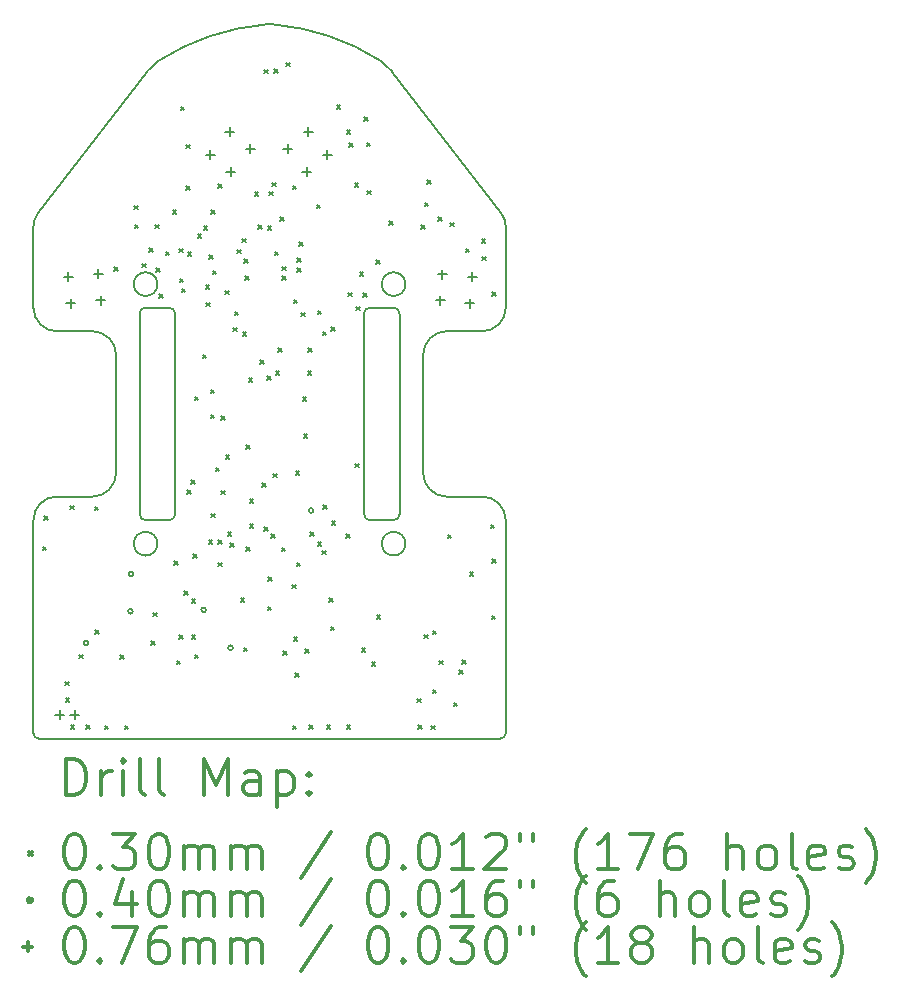
<source format=gbr>
%FSLAX45Y45*%
G04 Gerber Fmt 4.5, Leading zero omitted, Abs format (unit mm)*
G04 Created by KiCad (PCBNEW (5.1.4)-1) date 2019-11-07 15:05:30*
%MOMM*%
%LPD*%
G04 APERTURE LIST*
%ADD10C,0.200000*%
%ADD11C,0.300000*%
G04 APERTURE END LIST*
D10*
X15029276Y-8730152D02*
G75*
G02X15933385Y-9036579I-171379J-1992644D01*
G01*
X16995000Y-14727500D02*
G75*
G02X16945000Y-14777500I-50000J0D01*
G01*
X13045000Y-14777500D02*
X16945000Y-14777500D01*
X13954663Y-9129938D02*
X13036475Y-10323582D01*
X12995000Y-12927500D02*
X12995000Y-14727500D01*
X16995000Y-14727500D02*
X16995000Y-12927500D01*
X16953525Y-10323582D02*
G75*
G02X16995000Y-10445524I-158525J-121942D01*
G01*
X16995000Y-11127500D02*
G75*
G02X16795000Y-11327500I-200000J0D01*
G01*
X13895000Y-12877500D02*
X13895000Y-11177500D01*
X16295000Y-12527500D02*
X16295000Y-11527500D01*
X14960724Y-8730151D02*
G75*
G02X15029276Y-8730152I34276J-398529D01*
G01*
X13045000Y-14777500D02*
G75*
G02X12995000Y-14727500I0J50000D01*
G01*
X12995000Y-10445524D02*
X12995000Y-11127500D01*
X15795000Y-12877500D02*
X15795000Y-11177500D01*
X16145000Y-13126400D02*
G75*
G03X16145000Y-13126400I-100000J0D01*
G01*
X15933385Y-9036579D02*
G75*
G02X16035337Y-9129938I-215098J-337243D01*
G01*
X14045000Y-10928600D02*
G75*
G03X14045000Y-10928600I-100000J0D01*
G01*
X16145000Y-10928600D02*
G75*
G03X16145000Y-10928600I-100000J0D01*
G01*
X16953525Y-10323582D02*
X16035337Y-9129938D01*
X16795000Y-12727500D02*
G75*
G02X16995000Y-12927500I0J-200000D01*
G01*
X12995000Y-12927500D02*
G75*
G02X13195000Y-12727500I200000J0D01*
G01*
X13495000Y-11327500D02*
G75*
G02X13695000Y-11527500I0J-200000D01*
G01*
X15845000Y-12927500D02*
G75*
G02X15795000Y-12877500I0J50000D01*
G01*
X16045000Y-12927500D02*
X15845000Y-12927500D01*
X16095000Y-11177500D02*
X16095000Y-12877500D01*
X13945000Y-11127500D02*
X14145000Y-11127500D01*
X14195000Y-12877500D02*
G75*
G02X14145000Y-12927500I-50000J0D01*
G01*
X16295000Y-11527500D02*
G75*
G02X16495000Y-11327500I200000J0D01*
G01*
X13195000Y-11327500D02*
X13495000Y-11327500D01*
X13195000Y-11327500D02*
G75*
G02X12995000Y-11127500I0J200000D01*
G01*
X16495000Y-12727500D02*
G75*
G02X16295000Y-12527500I0J200000D01*
G01*
X13495000Y-12727500D02*
X13195000Y-12727500D01*
X12995000Y-10445524D02*
G75*
G02X13036475Y-10323582I200000J0D01*
G01*
X13954663Y-9129938D02*
G75*
G02X14056615Y-9036579I317050J-243884D01*
G01*
X16795000Y-12727500D02*
X16495000Y-12727500D01*
X15845000Y-11127500D02*
X16045000Y-11127500D01*
X13895000Y-11177500D02*
G75*
G02X13945000Y-11127500I50000J0D01*
G01*
X16495000Y-11327500D02*
X16795000Y-11327500D01*
X13695000Y-12527500D02*
G75*
G02X13495000Y-12727500I-200000J0D01*
G01*
X13695000Y-11527500D02*
X13695000Y-12527500D01*
X14045000Y-13126400D02*
G75*
G03X14045000Y-13126400I-100000J0D01*
G01*
X14145000Y-11127500D02*
G75*
G02X14195000Y-11177500I0J-50000D01*
G01*
X14145000Y-12927500D02*
X13945000Y-12927500D01*
X16095000Y-12877500D02*
G75*
G02X16045000Y-12927500I-50000J0D01*
G01*
X14056615Y-9036579D02*
G75*
G02X14960724Y-8730152I1075488J-1686216D01*
G01*
X14195000Y-11177500D02*
X14195000Y-12877500D01*
X16045000Y-11127500D02*
G75*
G02X16095000Y-11177500I0J-50000D01*
G01*
X15795000Y-11177500D02*
G75*
G02X15845000Y-11127500I50000J0D01*
G01*
X13945000Y-12927500D02*
G75*
G02X13895000Y-12877500I0J50000D01*
G01*
X16995000Y-11127500D02*
X16995000Y-10445524D01*
D10*
X13075000Y-13152000D02*
X13105000Y-13182000D01*
X13105000Y-13152000D02*
X13075000Y-13182000D01*
X13088000Y-12896000D02*
X13118000Y-12926000D01*
X13118000Y-12896000D02*
X13088000Y-12926000D01*
X13267000Y-14295000D02*
X13297000Y-14325000D01*
X13297000Y-14295000D02*
X13267000Y-14325000D01*
X13270000Y-14434000D02*
X13300000Y-14464000D01*
X13300000Y-14434000D02*
X13270000Y-14464000D01*
X13305000Y-12803000D02*
X13335000Y-12833000D01*
X13335000Y-12803000D02*
X13305000Y-12833000D01*
X13311000Y-14663000D02*
X13341000Y-14693000D01*
X13341000Y-14663000D02*
X13311000Y-14693000D01*
X13384000Y-14068000D02*
X13414000Y-14098000D01*
X13414000Y-14068000D02*
X13384000Y-14098000D01*
X13443000Y-14664000D02*
X13473000Y-14694000D01*
X13473000Y-14664000D02*
X13443000Y-14694000D01*
X13515000Y-12812000D02*
X13545000Y-12842000D01*
X13545000Y-12812000D02*
X13515000Y-12842000D01*
X13518000Y-13857000D02*
X13548000Y-13887000D01*
X13548000Y-13857000D02*
X13518000Y-13887000D01*
X13601000Y-14667000D02*
X13631000Y-14697000D01*
X13631000Y-14667000D02*
X13601000Y-14697000D01*
X13680000Y-10784000D02*
X13710000Y-10814000D01*
X13710000Y-10784000D02*
X13680000Y-10814000D01*
X13731000Y-14072000D02*
X13761000Y-14102000D01*
X13761000Y-14072000D02*
X13731000Y-14102000D01*
X13770000Y-14667000D02*
X13800000Y-14697000D01*
X13800000Y-14667000D02*
X13770000Y-14697000D01*
X13847000Y-10265000D02*
X13877000Y-10295000D01*
X13877000Y-10265000D02*
X13847000Y-10295000D01*
X13854000Y-10426000D02*
X13884000Y-10456000D01*
X13884000Y-10426000D02*
X13854000Y-10456000D01*
X13916218Y-10754204D02*
X13946218Y-10784204D01*
X13946218Y-10754204D02*
X13916218Y-10784204D01*
X13978000Y-10624000D02*
X14008000Y-10654000D01*
X14008000Y-10624000D02*
X13978000Y-10654000D01*
X13991000Y-13951000D02*
X14021000Y-13981000D01*
X14021000Y-13951000D02*
X13991000Y-13981000D01*
X14009000Y-13711000D02*
X14039000Y-13741000D01*
X14039000Y-13711000D02*
X14009000Y-13741000D01*
X14026000Y-10426000D02*
X14056000Y-10456000D01*
X14056000Y-10426000D02*
X14026000Y-10456000D01*
X14035493Y-10793321D02*
X14065493Y-10823321D01*
X14065493Y-10793321D02*
X14035493Y-10823321D01*
X14061000Y-11012498D02*
X14091000Y-11042498D01*
X14091000Y-11012498D02*
X14061000Y-11042498D01*
X14116000Y-10656000D02*
X14146000Y-10686000D01*
X14146000Y-10656000D02*
X14116000Y-10686000D01*
X14176076Y-10300999D02*
X14206076Y-10330999D01*
X14206076Y-10300999D02*
X14176076Y-10330999D01*
X14186000Y-13274000D02*
X14216000Y-13304000D01*
X14216000Y-13274000D02*
X14186000Y-13304000D01*
X14208591Y-14115495D02*
X14238591Y-14145495D01*
X14238591Y-14115495D02*
X14208591Y-14145495D01*
X14228678Y-10627893D02*
X14258678Y-10657893D01*
X14258678Y-10627893D02*
X14228678Y-10657893D01*
X14229500Y-13901500D02*
X14259500Y-13931500D01*
X14259500Y-13901500D02*
X14229500Y-13931500D01*
X14233000Y-10882000D02*
X14263000Y-10912000D01*
X14263000Y-10882000D02*
X14233000Y-10912000D01*
X14243000Y-9426000D02*
X14273000Y-9456000D01*
X14273000Y-9426000D02*
X14243000Y-9456000D01*
X14252000Y-10969000D02*
X14282000Y-10999000D01*
X14282000Y-10969000D02*
X14252000Y-10999000D01*
X14274000Y-13530000D02*
X14304000Y-13560000D01*
X14304000Y-13530000D02*
X14274000Y-13560000D01*
X14290000Y-9750000D02*
X14320000Y-9780000D01*
X14320000Y-9750000D02*
X14290000Y-9780000D01*
X14290000Y-10101000D02*
X14320000Y-10131000D01*
X14320000Y-10101000D02*
X14290000Y-10131000D01*
X14298000Y-12672000D02*
X14328000Y-12702000D01*
X14328000Y-12672000D02*
X14298000Y-12702000D01*
X14303197Y-10656998D02*
X14333197Y-10686998D01*
X14333197Y-10656998D02*
X14303197Y-10686998D01*
X14333000Y-12588000D02*
X14363000Y-12618000D01*
X14363000Y-12588000D02*
X14333000Y-12618000D01*
X14336000Y-13598000D02*
X14366000Y-13628000D01*
X14366000Y-13598000D02*
X14336000Y-13628000D01*
X14336000Y-13901000D02*
X14366000Y-13931000D01*
X14366000Y-13901000D02*
X14336000Y-13931000D01*
X14347000Y-13215000D02*
X14377000Y-13245000D01*
X14377000Y-13215000D02*
X14347000Y-13245000D01*
X14361000Y-14065000D02*
X14391000Y-14095000D01*
X14391000Y-14065000D02*
X14361000Y-14095000D01*
X14363000Y-11882000D02*
X14393000Y-11912000D01*
X14393000Y-11882000D02*
X14363000Y-11912000D01*
X14385000Y-10505000D02*
X14415000Y-10535000D01*
X14415000Y-10505000D02*
X14385000Y-10535000D01*
X14428000Y-11524573D02*
X14458000Y-11554573D01*
X14458000Y-11524573D02*
X14428000Y-11554573D01*
X14437000Y-10439001D02*
X14467000Y-10469001D01*
X14467000Y-10439001D02*
X14437000Y-10469001D01*
X14453999Y-10939942D02*
X14483999Y-10969942D01*
X14483999Y-10939942D02*
X14453999Y-10969942D01*
X14457500Y-11085500D02*
X14487500Y-11115500D01*
X14487500Y-11085500D02*
X14457500Y-11115500D01*
X14480000Y-13099000D02*
X14510000Y-13129000D01*
X14510000Y-13099000D02*
X14480000Y-13129000D01*
X14486000Y-10685000D02*
X14516000Y-10715000D01*
X14516000Y-10685000D02*
X14486000Y-10715000D01*
X14496000Y-11821000D02*
X14526000Y-11851000D01*
X14526000Y-11821000D02*
X14496000Y-11851000D01*
X14498000Y-12034000D02*
X14528000Y-12064000D01*
X14528000Y-12034000D02*
X14498000Y-12064000D01*
X14500303Y-10300999D02*
X14530303Y-10330999D01*
X14530303Y-10300999D02*
X14500303Y-10330999D01*
X14502000Y-12874001D02*
X14532000Y-12904001D01*
X14532000Y-12874001D02*
X14502000Y-12904001D01*
X14515000Y-10814001D02*
X14545000Y-10844001D01*
X14545000Y-10814001D02*
X14515000Y-10844001D01*
X14540000Y-12484000D02*
X14570000Y-12514000D01*
X14570000Y-12484000D02*
X14540000Y-12514000D01*
X14559000Y-10082000D02*
X14589000Y-10112000D01*
X14589000Y-10082000D02*
X14559000Y-10112000D01*
X14559994Y-13097904D02*
X14589994Y-13127904D01*
X14589994Y-13097904D02*
X14559994Y-13127904D01*
X14562000Y-13286000D02*
X14592000Y-13316000D01*
X14592000Y-13286000D02*
X14562000Y-13316000D01*
X14586000Y-12676000D02*
X14616000Y-12706000D01*
X14616000Y-12676000D02*
X14586000Y-12706000D01*
X14587000Y-12048000D02*
X14617000Y-12078000D01*
X14617000Y-12048000D02*
X14587000Y-12078000D01*
X14618000Y-10983000D02*
X14648000Y-11013000D01*
X14648000Y-10983000D02*
X14618000Y-11013000D01*
X14624000Y-12379000D02*
X14654000Y-12409000D01*
X14654000Y-12379000D02*
X14624000Y-12409000D01*
X14640000Y-13029000D02*
X14670000Y-13059000D01*
X14670000Y-13029000D02*
X14640000Y-13059000D01*
X14662000Y-13122000D02*
X14692000Y-13152000D01*
X14692000Y-13122000D02*
X14662000Y-13152000D01*
X14688276Y-11299276D02*
X14718276Y-11329276D01*
X14718276Y-11299276D02*
X14688276Y-11329276D01*
X14700800Y-11162800D02*
X14730800Y-11192800D01*
X14730800Y-11162800D02*
X14700800Y-11192800D01*
X14721000Y-10638000D02*
X14751000Y-10668000D01*
X14751000Y-10638000D02*
X14721000Y-10668000D01*
X14751000Y-13586000D02*
X14781000Y-13616000D01*
X14781000Y-13586000D02*
X14751000Y-13616000D01*
X14761742Y-10544258D02*
X14791742Y-10574258D01*
X14791742Y-10544258D02*
X14761742Y-10574258D01*
X14767000Y-11336000D02*
X14797000Y-11366000D01*
X14797000Y-11336000D02*
X14767000Y-11366000D01*
X14777000Y-14006000D02*
X14807000Y-14036000D01*
X14807000Y-14006000D02*
X14777000Y-14036000D01*
X14782001Y-10716000D02*
X14812001Y-10746000D01*
X14812001Y-10716000D02*
X14782001Y-10746000D01*
X14790425Y-10860000D02*
X14820425Y-10890000D01*
X14820425Y-10860000D02*
X14790425Y-10890000D01*
X14795000Y-13154122D02*
X14825000Y-13184122D01*
X14825000Y-13154122D02*
X14795000Y-13184122D01*
X14796000Y-12293000D02*
X14826000Y-12323000D01*
X14826000Y-12293000D02*
X14796000Y-12323000D01*
X14820000Y-11725000D02*
X14850000Y-11755000D01*
X14850000Y-11725000D02*
X14820000Y-11755000D01*
X14825000Y-12751000D02*
X14855000Y-12781000D01*
X14855000Y-12751000D02*
X14825000Y-12781000D01*
X14825000Y-12961000D02*
X14855000Y-12991000D01*
X14855000Y-12961000D02*
X14825000Y-12991000D01*
X14868000Y-10149000D02*
X14898000Y-10179000D01*
X14898000Y-10149000D02*
X14868000Y-10179000D01*
X14898641Y-10430787D02*
X14928641Y-10460787D01*
X14928641Y-10430787D02*
X14898641Y-10460787D01*
X14916001Y-11574999D02*
X14946001Y-11604999D01*
X14946001Y-11574999D02*
X14916001Y-11604999D01*
X14931679Y-12615533D02*
X14961679Y-12645533D01*
X14961679Y-12615533D02*
X14931679Y-12645533D01*
X14949000Y-9112001D02*
X14979000Y-9142001D01*
X14979000Y-9112001D02*
X14949000Y-9142001D01*
X14950000Y-12988000D02*
X14980000Y-13018000D01*
X14980000Y-12988000D02*
X14950000Y-13018000D01*
X14977000Y-11708000D02*
X15007000Y-11738000D01*
X15007000Y-11708000D02*
X14977000Y-11738000D01*
X14978000Y-13660000D02*
X15008000Y-13690000D01*
X15008000Y-13660000D02*
X14978000Y-13690000D01*
X14978203Y-10439163D02*
X15008203Y-10469163D01*
X15008203Y-10439163D02*
X14978203Y-10469163D01*
X14983000Y-13411000D02*
X15013000Y-13441000D01*
X15013000Y-13411000D02*
X14983000Y-13441000D01*
X14992169Y-10145888D02*
X15022169Y-10175888D01*
X15022169Y-10145888D02*
X14992169Y-10175888D01*
X15011000Y-13047000D02*
X15041000Y-13077000D01*
X15041000Y-13047000D02*
X15011000Y-13077000D01*
X15019568Y-10070725D02*
X15049568Y-10100725D01*
X15049568Y-10070725D02*
X15019568Y-10100725D01*
X15028077Y-12535223D02*
X15058077Y-12565223D01*
X15058077Y-12535223D02*
X15028077Y-12565223D01*
X15033356Y-9109207D02*
X15063356Y-9139207D01*
X15063356Y-9109207D02*
X15033356Y-9139207D01*
X15037001Y-10654000D02*
X15067001Y-10684000D01*
X15067001Y-10654000D02*
X15037001Y-10684000D01*
X15048000Y-11668000D02*
X15078000Y-11698000D01*
X15078000Y-11668000D02*
X15048000Y-11698000D01*
X15067000Y-11470000D02*
X15097000Y-11500000D01*
X15097000Y-11470000D02*
X15067000Y-11500000D01*
X15085000Y-10361000D02*
X15115000Y-10391000D01*
X15115000Y-10361000D02*
X15085000Y-10391000D01*
X15098000Y-13160000D02*
X15128000Y-13190000D01*
X15128000Y-13160000D02*
X15098000Y-13190000D01*
X15101576Y-10859999D02*
X15131576Y-10889999D01*
X15131576Y-10859999D02*
X15101576Y-10889999D01*
X15103413Y-10780019D02*
X15133413Y-10810019D01*
X15133413Y-10780019D02*
X15103413Y-10810019D01*
X15108466Y-14036534D02*
X15138466Y-14066534D01*
X15138466Y-14036534D02*
X15108466Y-14066534D01*
X15134000Y-9053000D02*
X15164000Y-9083000D01*
X15164000Y-9053000D02*
X15134000Y-9083000D01*
X15188500Y-13473500D02*
X15218500Y-13503500D01*
X15218500Y-13473500D02*
X15188500Y-13503500D01*
X15190000Y-10094000D02*
X15220000Y-10124000D01*
X15220000Y-10094000D02*
X15190000Y-10124000D01*
X15191000Y-14667000D02*
X15221000Y-14697000D01*
X15221000Y-14667000D02*
X15191000Y-14697000D01*
X15200000Y-11059000D02*
X15230000Y-11089000D01*
X15230000Y-11059000D02*
X15200000Y-11089000D01*
X15200000Y-13918000D02*
X15230000Y-13948000D01*
X15230000Y-13918000D02*
X15200000Y-13948000D01*
X15210000Y-14221000D02*
X15240000Y-14251000D01*
X15240000Y-14221000D02*
X15210000Y-14251000D01*
X15217000Y-12514000D02*
X15247000Y-12544000D01*
X15247000Y-12514000D02*
X15217000Y-12544000D01*
X15226000Y-13288000D02*
X15256000Y-13318000D01*
X15256000Y-13288000D02*
X15226000Y-13318000D01*
X15227230Y-10795859D02*
X15257230Y-10825859D01*
X15257230Y-10795859D02*
X15227230Y-10825859D01*
X15230000Y-10708000D02*
X15260000Y-10738000D01*
X15260000Y-10708000D02*
X15230000Y-10738000D01*
X15245000Y-10576000D02*
X15275000Y-10606000D01*
X15275000Y-10576000D02*
X15245000Y-10606000D01*
X15262000Y-11172000D02*
X15292000Y-11202000D01*
X15292000Y-11172000D02*
X15262000Y-11202000D01*
X15277000Y-11888000D02*
X15307000Y-11918000D01*
X15307000Y-11888000D02*
X15277000Y-11918000D01*
X15285571Y-12199669D02*
X15315571Y-12229669D01*
X15315571Y-12199669D02*
X15285571Y-12229669D01*
X15297000Y-14020000D02*
X15327000Y-14050000D01*
X15327000Y-14020000D02*
X15297000Y-14050000D01*
X15319000Y-11667000D02*
X15349000Y-11697000D01*
X15349000Y-11667000D02*
X15319000Y-11697000D01*
X15320000Y-11471000D02*
X15350000Y-11501000D01*
X15350000Y-11471000D02*
X15320000Y-11501000D01*
X15329000Y-14663000D02*
X15359000Y-14693000D01*
X15359000Y-14663000D02*
X15329000Y-14693000D01*
X15337000Y-13029000D02*
X15367000Y-13059000D01*
X15367000Y-13029000D02*
X15337000Y-13059000D01*
X15396000Y-10255000D02*
X15426000Y-10285000D01*
X15426000Y-10255000D02*
X15396000Y-10285000D01*
X15402000Y-11153000D02*
X15432000Y-11183000D01*
X15432000Y-11153000D02*
X15402000Y-11183000D01*
X15402000Y-13112000D02*
X15432000Y-13142000D01*
X15432000Y-13112000D02*
X15402000Y-13142000D01*
X15441000Y-13186000D02*
X15471000Y-13216000D01*
X15471000Y-13186000D02*
X15441000Y-13216000D01*
X15444202Y-11332043D02*
X15474202Y-11362043D01*
X15474202Y-11332043D02*
X15444202Y-11362043D01*
X15448000Y-12802000D02*
X15478000Y-12832000D01*
X15478000Y-12802000D02*
X15448000Y-12832000D01*
X15478000Y-14663000D02*
X15508000Y-14693000D01*
X15508000Y-14663000D02*
X15478000Y-14693000D01*
X15502000Y-13588000D02*
X15532000Y-13618000D01*
X15532000Y-13588000D02*
X15502000Y-13618000D01*
X15511000Y-13831000D02*
X15541000Y-13861000D01*
X15541000Y-13831000D02*
X15511000Y-13861000D01*
X15515073Y-11294927D02*
X15545073Y-11324927D01*
X15545073Y-11294927D02*
X15515073Y-11324927D01*
X15521000Y-12935000D02*
X15551000Y-12965000D01*
X15551000Y-12935000D02*
X15521000Y-12965000D01*
X15563000Y-9415000D02*
X15593000Y-9445000D01*
X15593000Y-9415000D02*
X15563000Y-9445000D01*
X15644000Y-13046000D02*
X15674000Y-13076000D01*
X15674000Y-13046000D02*
X15644000Y-13076000D01*
X15649000Y-14663000D02*
X15679000Y-14693000D01*
X15679000Y-14663000D02*
X15649000Y-14693000D01*
X15650000Y-9627000D02*
X15680000Y-9657000D01*
X15680000Y-9627000D02*
X15650000Y-9657000D01*
X15659160Y-11002999D02*
X15689160Y-11032999D01*
X15689160Y-11002999D02*
X15659160Y-11032999D01*
X15671500Y-9735500D02*
X15701500Y-9765500D01*
X15701500Y-9735500D02*
X15671500Y-9765500D01*
X15714000Y-10074000D02*
X15744000Y-10104000D01*
X15744000Y-10074000D02*
X15714000Y-10104000D01*
X15719999Y-12450000D02*
X15749999Y-12480000D01*
X15749999Y-12450000D02*
X15719999Y-12480000D01*
X15729241Y-11118434D02*
X15759241Y-11148434D01*
X15759241Y-11118434D02*
X15729241Y-11148434D01*
X15759000Y-10829000D02*
X15789000Y-10859000D01*
X15789000Y-10829000D02*
X15759000Y-10859000D01*
X15776000Y-14012000D02*
X15806000Y-14042000D01*
X15806000Y-14012000D02*
X15776000Y-14042000D01*
X15787000Y-11004006D02*
X15817000Y-11034006D01*
X15817000Y-11004006D02*
X15787000Y-11034006D01*
X15795927Y-9517073D02*
X15825927Y-9547073D01*
X15825927Y-9517073D02*
X15795927Y-9547073D01*
X15817000Y-9730000D02*
X15847000Y-9760000D01*
X15847000Y-9730000D02*
X15817000Y-9760000D01*
X15819999Y-10137000D02*
X15849999Y-10167000D01*
X15849999Y-10137000D02*
X15819999Y-10167000D01*
X15861000Y-14130000D02*
X15891000Y-14160000D01*
X15891000Y-14130000D02*
X15861000Y-14160000D01*
X15896000Y-10726000D02*
X15926000Y-10756000D01*
X15926000Y-10726000D02*
X15896000Y-10756000D01*
X15903000Y-13732000D02*
X15933000Y-13762000D01*
X15933000Y-13732000D02*
X15903000Y-13762000D01*
X16010000Y-10397000D02*
X16040000Y-10427000D01*
X16040000Y-10397000D02*
X16010000Y-10427000D01*
X16243000Y-14440000D02*
X16273000Y-14470000D01*
X16273000Y-14440000D02*
X16243000Y-14470000D01*
X16253000Y-14665000D02*
X16283000Y-14695000D01*
X16283000Y-14665000D02*
X16253000Y-14695000D01*
X16281000Y-10431000D02*
X16311000Y-10461000D01*
X16311000Y-10431000D02*
X16281000Y-10461000D01*
X16305856Y-13898588D02*
X16335856Y-13928588D01*
X16335856Y-13898588D02*
X16305856Y-13928588D01*
X16307000Y-10239000D02*
X16337000Y-10269000D01*
X16337000Y-10239000D02*
X16307000Y-10269000D01*
X16327427Y-10048573D02*
X16357427Y-10078573D01*
X16357427Y-10048573D02*
X16327427Y-10078573D01*
X16362000Y-14666000D02*
X16392000Y-14696000D01*
X16392000Y-14666000D02*
X16362000Y-14696000D01*
X16377000Y-13862000D02*
X16407000Y-13892000D01*
X16407000Y-13862000D02*
X16377000Y-13892000D01*
X16378000Y-14363000D02*
X16408000Y-14393000D01*
X16408000Y-14363000D02*
X16378000Y-14393000D01*
X16424000Y-10360000D02*
X16454000Y-10390000D01*
X16454000Y-10360000D02*
X16424000Y-10390000D01*
X16431500Y-14115500D02*
X16461500Y-14145500D01*
X16461500Y-14115500D02*
X16431500Y-14145500D01*
X16504000Y-13052000D02*
X16534000Y-13082000D01*
X16534000Y-13052000D02*
X16504000Y-13082000D01*
X16525000Y-10410591D02*
X16555000Y-10440591D01*
X16555000Y-10410591D02*
X16525000Y-10440591D01*
X16554000Y-14471000D02*
X16584000Y-14501000D01*
X16584000Y-14471000D02*
X16554000Y-14501000D01*
X16601000Y-14199000D02*
X16631000Y-14229000D01*
X16631000Y-14199000D02*
X16601000Y-14229000D01*
X16625000Y-14114000D02*
X16655000Y-14144000D01*
X16655000Y-14114000D02*
X16625000Y-14144000D01*
X16656000Y-10629000D02*
X16686000Y-10659000D01*
X16686000Y-10629000D02*
X16656000Y-10659000D01*
X16691000Y-13367000D02*
X16721000Y-13397000D01*
X16721000Y-13367000D02*
X16691000Y-13397000D01*
X16791000Y-10548000D02*
X16821000Y-10578000D01*
X16821000Y-10548000D02*
X16791000Y-10578000D01*
X16794000Y-10697000D02*
X16824000Y-10727000D01*
X16824000Y-10697000D02*
X16794000Y-10727000D01*
X16867000Y-12964000D02*
X16897000Y-12994000D01*
X16897000Y-12964000D02*
X16867000Y-12994000D01*
X16876999Y-13736000D02*
X16906999Y-13766000D01*
X16906999Y-13736000D02*
X16876999Y-13766000D01*
X16879000Y-13256000D02*
X16909000Y-13286000D01*
X16909000Y-13256000D02*
X16879000Y-13286000D01*
X16882000Y-10996000D02*
X16912000Y-11026000D01*
X16912000Y-10996000D02*
X16882000Y-11026000D01*
X13460000Y-13965000D02*
G75*
G03X13460000Y-13965000I-20000J0D01*
G01*
X13836948Y-13698835D02*
G75*
G03X13836948Y-13698835I-20000J0D01*
G01*
X13842505Y-13381071D02*
G75*
G03X13842505Y-13381071I-20000J0D01*
G01*
X14457000Y-13687000D02*
G75*
G03X14457000Y-13687000I-20000J0D01*
G01*
X14684000Y-14008000D02*
G75*
G03X14684000Y-14008000I-20000J0D01*
G01*
X15366000Y-12846000D02*
G75*
G03X15366000Y-12846000I-20000J0D01*
G01*
X13291390Y-10826756D02*
X13291390Y-10902956D01*
X13253290Y-10864856D02*
X13329490Y-10864856D01*
X13311000Y-11050900D02*
X13311000Y-11127100D01*
X13272900Y-11089000D02*
X13349100Y-11089000D01*
X13544423Y-10804619D02*
X13544423Y-10880819D01*
X13506323Y-10842719D02*
X13582523Y-10842719D01*
X13564033Y-11028762D02*
X13564033Y-11104962D01*
X13525933Y-11066862D02*
X13602133Y-11066862D01*
X16438083Y-11028991D02*
X16438083Y-11105191D01*
X16399983Y-11067091D02*
X16476183Y-11067091D01*
X16457693Y-10804847D02*
X16457693Y-10881047D01*
X16419593Y-10842947D02*
X16495793Y-10842947D01*
X16691117Y-11051129D02*
X16691117Y-11127329D01*
X16653017Y-11089229D02*
X16729217Y-11089229D01*
X16710727Y-10826985D02*
X16710727Y-10903185D01*
X16672627Y-10865085D02*
X16748827Y-10865085D01*
X13220000Y-14536900D02*
X13220000Y-14613100D01*
X13181900Y-14575000D02*
X13258100Y-14575000D01*
X13345000Y-14536900D02*
X13345000Y-14613100D01*
X13306900Y-14575000D02*
X13383100Y-14575000D01*
X15148409Y-9744023D02*
X15148409Y-9820223D01*
X15110309Y-9782123D02*
X15186509Y-9782123D01*
X15311677Y-9938599D02*
X15311677Y-10014799D01*
X15273577Y-9976699D02*
X15349777Y-9976699D01*
X15320769Y-9599396D02*
X15320769Y-9675596D01*
X15282669Y-9637496D02*
X15358869Y-9637496D01*
X15484037Y-9793971D02*
X15484037Y-9870171D01*
X15445937Y-9832071D02*
X15522137Y-9832071D01*
X14493640Y-9793273D02*
X14493640Y-9869473D01*
X14455540Y-9831373D02*
X14531740Y-9831373D01*
X14656908Y-9598698D02*
X14656908Y-9674898D01*
X14618808Y-9636798D02*
X14695008Y-9636798D01*
X14666000Y-9937900D02*
X14666000Y-10014100D01*
X14627900Y-9976000D02*
X14704100Y-9976000D01*
X14829268Y-9743325D02*
X14829268Y-9819525D01*
X14791168Y-9781425D02*
X14867368Y-9781425D01*
D11*
X13271428Y-15253214D02*
X13271428Y-14953214D01*
X13342857Y-14953214D01*
X13385714Y-14967500D01*
X13414286Y-14996072D01*
X13428571Y-15024643D01*
X13442857Y-15081786D01*
X13442857Y-15124643D01*
X13428571Y-15181786D01*
X13414286Y-15210357D01*
X13385714Y-15238929D01*
X13342857Y-15253214D01*
X13271428Y-15253214D01*
X13571428Y-15253214D02*
X13571428Y-15053214D01*
X13571428Y-15110357D02*
X13585714Y-15081786D01*
X13600000Y-15067500D01*
X13628571Y-15053214D01*
X13657143Y-15053214D01*
X13757143Y-15253214D02*
X13757143Y-15053214D01*
X13757143Y-14953214D02*
X13742857Y-14967500D01*
X13757143Y-14981786D01*
X13771428Y-14967500D01*
X13757143Y-14953214D01*
X13757143Y-14981786D01*
X13942857Y-15253214D02*
X13914286Y-15238929D01*
X13900000Y-15210357D01*
X13900000Y-14953214D01*
X14100000Y-15253214D02*
X14071428Y-15238929D01*
X14057143Y-15210357D01*
X14057143Y-14953214D01*
X14442857Y-15253214D02*
X14442857Y-14953214D01*
X14542857Y-15167500D01*
X14642857Y-14953214D01*
X14642857Y-15253214D01*
X14914286Y-15253214D02*
X14914286Y-15096072D01*
X14900000Y-15067500D01*
X14871428Y-15053214D01*
X14814286Y-15053214D01*
X14785714Y-15067500D01*
X14914286Y-15238929D02*
X14885714Y-15253214D01*
X14814286Y-15253214D01*
X14785714Y-15238929D01*
X14771428Y-15210357D01*
X14771428Y-15181786D01*
X14785714Y-15153214D01*
X14814286Y-15138929D01*
X14885714Y-15138929D01*
X14914286Y-15124643D01*
X15057143Y-15053214D02*
X15057143Y-15353214D01*
X15057143Y-15067500D02*
X15085714Y-15053214D01*
X15142857Y-15053214D01*
X15171428Y-15067500D01*
X15185714Y-15081786D01*
X15200000Y-15110357D01*
X15200000Y-15196072D01*
X15185714Y-15224643D01*
X15171428Y-15238929D01*
X15142857Y-15253214D01*
X15085714Y-15253214D01*
X15057143Y-15238929D01*
X15328571Y-15224643D02*
X15342857Y-15238929D01*
X15328571Y-15253214D01*
X15314286Y-15238929D01*
X15328571Y-15224643D01*
X15328571Y-15253214D01*
X15328571Y-15067500D02*
X15342857Y-15081786D01*
X15328571Y-15096072D01*
X15314286Y-15081786D01*
X15328571Y-15067500D01*
X15328571Y-15096072D01*
X12955000Y-15732500D02*
X12985000Y-15762500D01*
X12985000Y-15732500D02*
X12955000Y-15762500D01*
X13328571Y-15583214D02*
X13357143Y-15583214D01*
X13385714Y-15597500D01*
X13400000Y-15611786D01*
X13414286Y-15640357D01*
X13428571Y-15697500D01*
X13428571Y-15768929D01*
X13414286Y-15826072D01*
X13400000Y-15854643D01*
X13385714Y-15868929D01*
X13357143Y-15883214D01*
X13328571Y-15883214D01*
X13300000Y-15868929D01*
X13285714Y-15854643D01*
X13271428Y-15826072D01*
X13257143Y-15768929D01*
X13257143Y-15697500D01*
X13271428Y-15640357D01*
X13285714Y-15611786D01*
X13300000Y-15597500D01*
X13328571Y-15583214D01*
X13557143Y-15854643D02*
X13571428Y-15868929D01*
X13557143Y-15883214D01*
X13542857Y-15868929D01*
X13557143Y-15854643D01*
X13557143Y-15883214D01*
X13671428Y-15583214D02*
X13857143Y-15583214D01*
X13757143Y-15697500D01*
X13800000Y-15697500D01*
X13828571Y-15711786D01*
X13842857Y-15726072D01*
X13857143Y-15754643D01*
X13857143Y-15826072D01*
X13842857Y-15854643D01*
X13828571Y-15868929D01*
X13800000Y-15883214D01*
X13714286Y-15883214D01*
X13685714Y-15868929D01*
X13671428Y-15854643D01*
X14042857Y-15583214D02*
X14071428Y-15583214D01*
X14100000Y-15597500D01*
X14114286Y-15611786D01*
X14128571Y-15640357D01*
X14142857Y-15697500D01*
X14142857Y-15768929D01*
X14128571Y-15826072D01*
X14114286Y-15854643D01*
X14100000Y-15868929D01*
X14071428Y-15883214D01*
X14042857Y-15883214D01*
X14014286Y-15868929D01*
X14000000Y-15854643D01*
X13985714Y-15826072D01*
X13971428Y-15768929D01*
X13971428Y-15697500D01*
X13985714Y-15640357D01*
X14000000Y-15611786D01*
X14014286Y-15597500D01*
X14042857Y-15583214D01*
X14271428Y-15883214D02*
X14271428Y-15683214D01*
X14271428Y-15711786D02*
X14285714Y-15697500D01*
X14314286Y-15683214D01*
X14357143Y-15683214D01*
X14385714Y-15697500D01*
X14400000Y-15726072D01*
X14400000Y-15883214D01*
X14400000Y-15726072D02*
X14414286Y-15697500D01*
X14442857Y-15683214D01*
X14485714Y-15683214D01*
X14514286Y-15697500D01*
X14528571Y-15726072D01*
X14528571Y-15883214D01*
X14671428Y-15883214D02*
X14671428Y-15683214D01*
X14671428Y-15711786D02*
X14685714Y-15697500D01*
X14714286Y-15683214D01*
X14757143Y-15683214D01*
X14785714Y-15697500D01*
X14800000Y-15726072D01*
X14800000Y-15883214D01*
X14800000Y-15726072D02*
X14814286Y-15697500D01*
X14842857Y-15683214D01*
X14885714Y-15683214D01*
X14914286Y-15697500D01*
X14928571Y-15726072D01*
X14928571Y-15883214D01*
X15514286Y-15568929D02*
X15257143Y-15954643D01*
X15900000Y-15583214D02*
X15928571Y-15583214D01*
X15957143Y-15597500D01*
X15971428Y-15611786D01*
X15985714Y-15640357D01*
X16000000Y-15697500D01*
X16000000Y-15768929D01*
X15985714Y-15826072D01*
X15971428Y-15854643D01*
X15957143Y-15868929D01*
X15928571Y-15883214D01*
X15900000Y-15883214D01*
X15871428Y-15868929D01*
X15857143Y-15854643D01*
X15842857Y-15826072D01*
X15828571Y-15768929D01*
X15828571Y-15697500D01*
X15842857Y-15640357D01*
X15857143Y-15611786D01*
X15871428Y-15597500D01*
X15900000Y-15583214D01*
X16128571Y-15854643D02*
X16142857Y-15868929D01*
X16128571Y-15883214D01*
X16114286Y-15868929D01*
X16128571Y-15854643D01*
X16128571Y-15883214D01*
X16328571Y-15583214D02*
X16357143Y-15583214D01*
X16385714Y-15597500D01*
X16400000Y-15611786D01*
X16414286Y-15640357D01*
X16428571Y-15697500D01*
X16428571Y-15768929D01*
X16414286Y-15826072D01*
X16400000Y-15854643D01*
X16385714Y-15868929D01*
X16357143Y-15883214D01*
X16328571Y-15883214D01*
X16300000Y-15868929D01*
X16285714Y-15854643D01*
X16271428Y-15826072D01*
X16257143Y-15768929D01*
X16257143Y-15697500D01*
X16271428Y-15640357D01*
X16285714Y-15611786D01*
X16300000Y-15597500D01*
X16328571Y-15583214D01*
X16714286Y-15883214D02*
X16542857Y-15883214D01*
X16628571Y-15883214D02*
X16628571Y-15583214D01*
X16600000Y-15626072D01*
X16571428Y-15654643D01*
X16542857Y-15668929D01*
X16828571Y-15611786D02*
X16842857Y-15597500D01*
X16871428Y-15583214D01*
X16942857Y-15583214D01*
X16971428Y-15597500D01*
X16985714Y-15611786D01*
X17000000Y-15640357D01*
X17000000Y-15668929D01*
X16985714Y-15711786D01*
X16814286Y-15883214D01*
X17000000Y-15883214D01*
X17114286Y-15583214D02*
X17114286Y-15640357D01*
X17228571Y-15583214D02*
X17228571Y-15640357D01*
X17671428Y-15997500D02*
X17657143Y-15983214D01*
X17628571Y-15940357D01*
X17614286Y-15911786D01*
X17600000Y-15868929D01*
X17585714Y-15797500D01*
X17585714Y-15740357D01*
X17600000Y-15668929D01*
X17614286Y-15626072D01*
X17628571Y-15597500D01*
X17657143Y-15554643D01*
X17671428Y-15540357D01*
X17942857Y-15883214D02*
X17771428Y-15883214D01*
X17857143Y-15883214D02*
X17857143Y-15583214D01*
X17828571Y-15626072D01*
X17800000Y-15654643D01*
X17771428Y-15668929D01*
X18042857Y-15583214D02*
X18242857Y-15583214D01*
X18114286Y-15883214D01*
X18485714Y-15583214D02*
X18428571Y-15583214D01*
X18400000Y-15597500D01*
X18385714Y-15611786D01*
X18357143Y-15654643D01*
X18342857Y-15711786D01*
X18342857Y-15826072D01*
X18357143Y-15854643D01*
X18371428Y-15868929D01*
X18400000Y-15883214D01*
X18457143Y-15883214D01*
X18485714Y-15868929D01*
X18500000Y-15854643D01*
X18514286Y-15826072D01*
X18514286Y-15754643D01*
X18500000Y-15726072D01*
X18485714Y-15711786D01*
X18457143Y-15697500D01*
X18400000Y-15697500D01*
X18371428Y-15711786D01*
X18357143Y-15726072D01*
X18342857Y-15754643D01*
X18871428Y-15883214D02*
X18871428Y-15583214D01*
X19000000Y-15883214D02*
X19000000Y-15726072D01*
X18985714Y-15697500D01*
X18957143Y-15683214D01*
X18914286Y-15683214D01*
X18885714Y-15697500D01*
X18871428Y-15711786D01*
X19185714Y-15883214D02*
X19157143Y-15868929D01*
X19142857Y-15854643D01*
X19128571Y-15826072D01*
X19128571Y-15740357D01*
X19142857Y-15711786D01*
X19157143Y-15697500D01*
X19185714Y-15683214D01*
X19228571Y-15683214D01*
X19257143Y-15697500D01*
X19271428Y-15711786D01*
X19285714Y-15740357D01*
X19285714Y-15826072D01*
X19271428Y-15854643D01*
X19257143Y-15868929D01*
X19228571Y-15883214D01*
X19185714Y-15883214D01*
X19457143Y-15883214D02*
X19428571Y-15868929D01*
X19414286Y-15840357D01*
X19414286Y-15583214D01*
X19685714Y-15868929D02*
X19657143Y-15883214D01*
X19600000Y-15883214D01*
X19571428Y-15868929D01*
X19557143Y-15840357D01*
X19557143Y-15726072D01*
X19571428Y-15697500D01*
X19600000Y-15683214D01*
X19657143Y-15683214D01*
X19685714Y-15697500D01*
X19700000Y-15726072D01*
X19700000Y-15754643D01*
X19557143Y-15783214D01*
X19814286Y-15868929D02*
X19842857Y-15883214D01*
X19900000Y-15883214D01*
X19928571Y-15868929D01*
X19942857Y-15840357D01*
X19942857Y-15826072D01*
X19928571Y-15797500D01*
X19900000Y-15783214D01*
X19857143Y-15783214D01*
X19828571Y-15768929D01*
X19814286Y-15740357D01*
X19814286Y-15726072D01*
X19828571Y-15697500D01*
X19857143Y-15683214D01*
X19900000Y-15683214D01*
X19928571Y-15697500D01*
X20042857Y-15997500D02*
X20057143Y-15983214D01*
X20085714Y-15940357D01*
X20100000Y-15911786D01*
X20114286Y-15868929D01*
X20128571Y-15797500D01*
X20128571Y-15740357D01*
X20114286Y-15668929D01*
X20100000Y-15626072D01*
X20085714Y-15597500D01*
X20057143Y-15554643D01*
X20042857Y-15540357D01*
X12985000Y-16143500D02*
G75*
G03X12985000Y-16143500I-20000J0D01*
G01*
X13328571Y-15979214D02*
X13357143Y-15979214D01*
X13385714Y-15993500D01*
X13400000Y-16007786D01*
X13414286Y-16036357D01*
X13428571Y-16093500D01*
X13428571Y-16164929D01*
X13414286Y-16222072D01*
X13400000Y-16250643D01*
X13385714Y-16264929D01*
X13357143Y-16279214D01*
X13328571Y-16279214D01*
X13300000Y-16264929D01*
X13285714Y-16250643D01*
X13271428Y-16222072D01*
X13257143Y-16164929D01*
X13257143Y-16093500D01*
X13271428Y-16036357D01*
X13285714Y-16007786D01*
X13300000Y-15993500D01*
X13328571Y-15979214D01*
X13557143Y-16250643D02*
X13571428Y-16264929D01*
X13557143Y-16279214D01*
X13542857Y-16264929D01*
X13557143Y-16250643D01*
X13557143Y-16279214D01*
X13828571Y-16079214D02*
X13828571Y-16279214D01*
X13757143Y-15964929D02*
X13685714Y-16179214D01*
X13871428Y-16179214D01*
X14042857Y-15979214D02*
X14071428Y-15979214D01*
X14100000Y-15993500D01*
X14114286Y-16007786D01*
X14128571Y-16036357D01*
X14142857Y-16093500D01*
X14142857Y-16164929D01*
X14128571Y-16222072D01*
X14114286Y-16250643D01*
X14100000Y-16264929D01*
X14071428Y-16279214D01*
X14042857Y-16279214D01*
X14014286Y-16264929D01*
X14000000Y-16250643D01*
X13985714Y-16222072D01*
X13971428Y-16164929D01*
X13971428Y-16093500D01*
X13985714Y-16036357D01*
X14000000Y-16007786D01*
X14014286Y-15993500D01*
X14042857Y-15979214D01*
X14271428Y-16279214D02*
X14271428Y-16079214D01*
X14271428Y-16107786D02*
X14285714Y-16093500D01*
X14314286Y-16079214D01*
X14357143Y-16079214D01*
X14385714Y-16093500D01*
X14400000Y-16122072D01*
X14400000Y-16279214D01*
X14400000Y-16122072D02*
X14414286Y-16093500D01*
X14442857Y-16079214D01*
X14485714Y-16079214D01*
X14514286Y-16093500D01*
X14528571Y-16122072D01*
X14528571Y-16279214D01*
X14671428Y-16279214D02*
X14671428Y-16079214D01*
X14671428Y-16107786D02*
X14685714Y-16093500D01*
X14714286Y-16079214D01*
X14757143Y-16079214D01*
X14785714Y-16093500D01*
X14800000Y-16122072D01*
X14800000Y-16279214D01*
X14800000Y-16122072D02*
X14814286Y-16093500D01*
X14842857Y-16079214D01*
X14885714Y-16079214D01*
X14914286Y-16093500D01*
X14928571Y-16122072D01*
X14928571Y-16279214D01*
X15514286Y-15964929D02*
X15257143Y-16350643D01*
X15900000Y-15979214D02*
X15928571Y-15979214D01*
X15957143Y-15993500D01*
X15971428Y-16007786D01*
X15985714Y-16036357D01*
X16000000Y-16093500D01*
X16000000Y-16164929D01*
X15985714Y-16222072D01*
X15971428Y-16250643D01*
X15957143Y-16264929D01*
X15928571Y-16279214D01*
X15900000Y-16279214D01*
X15871428Y-16264929D01*
X15857143Y-16250643D01*
X15842857Y-16222072D01*
X15828571Y-16164929D01*
X15828571Y-16093500D01*
X15842857Y-16036357D01*
X15857143Y-16007786D01*
X15871428Y-15993500D01*
X15900000Y-15979214D01*
X16128571Y-16250643D02*
X16142857Y-16264929D01*
X16128571Y-16279214D01*
X16114286Y-16264929D01*
X16128571Y-16250643D01*
X16128571Y-16279214D01*
X16328571Y-15979214D02*
X16357143Y-15979214D01*
X16385714Y-15993500D01*
X16400000Y-16007786D01*
X16414286Y-16036357D01*
X16428571Y-16093500D01*
X16428571Y-16164929D01*
X16414286Y-16222072D01*
X16400000Y-16250643D01*
X16385714Y-16264929D01*
X16357143Y-16279214D01*
X16328571Y-16279214D01*
X16300000Y-16264929D01*
X16285714Y-16250643D01*
X16271428Y-16222072D01*
X16257143Y-16164929D01*
X16257143Y-16093500D01*
X16271428Y-16036357D01*
X16285714Y-16007786D01*
X16300000Y-15993500D01*
X16328571Y-15979214D01*
X16714286Y-16279214D02*
X16542857Y-16279214D01*
X16628571Y-16279214D02*
X16628571Y-15979214D01*
X16600000Y-16022072D01*
X16571428Y-16050643D01*
X16542857Y-16064929D01*
X16971428Y-15979214D02*
X16914286Y-15979214D01*
X16885714Y-15993500D01*
X16871428Y-16007786D01*
X16842857Y-16050643D01*
X16828571Y-16107786D01*
X16828571Y-16222072D01*
X16842857Y-16250643D01*
X16857143Y-16264929D01*
X16885714Y-16279214D01*
X16942857Y-16279214D01*
X16971428Y-16264929D01*
X16985714Y-16250643D01*
X17000000Y-16222072D01*
X17000000Y-16150643D01*
X16985714Y-16122072D01*
X16971428Y-16107786D01*
X16942857Y-16093500D01*
X16885714Y-16093500D01*
X16857143Y-16107786D01*
X16842857Y-16122072D01*
X16828571Y-16150643D01*
X17114286Y-15979214D02*
X17114286Y-16036357D01*
X17228571Y-15979214D02*
X17228571Y-16036357D01*
X17671428Y-16393500D02*
X17657143Y-16379214D01*
X17628571Y-16336357D01*
X17614286Y-16307786D01*
X17600000Y-16264929D01*
X17585714Y-16193500D01*
X17585714Y-16136357D01*
X17600000Y-16064929D01*
X17614286Y-16022072D01*
X17628571Y-15993500D01*
X17657143Y-15950643D01*
X17671428Y-15936357D01*
X17914286Y-15979214D02*
X17857143Y-15979214D01*
X17828571Y-15993500D01*
X17814286Y-16007786D01*
X17785714Y-16050643D01*
X17771428Y-16107786D01*
X17771428Y-16222072D01*
X17785714Y-16250643D01*
X17800000Y-16264929D01*
X17828571Y-16279214D01*
X17885714Y-16279214D01*
X17914286Y-16264929D01*
X17928571Y-16250643D01*
X17942857Y-16222072D01*
X17942857Y-16150643D01*
X17928571Y-16122072D01*
X17914286Y-16107786D01*
X17885714Y-16093500D01*
X17828571Y-16093500D01*
X17800000Y-16107786D01*
X17785714Y-16122072D01*
X17771428Y-16150643D01*
X18300000Y-16279214D02*
X18300000Y-15979214D01*
X18428571Y-16279214D02*
X18428571Y-16122072D01*
X18414286Y-16093500D01*
X18385714Y-16079214D01*
X18342857Y-16079214D01*
X18314286Y-16093500D01*
X18300000Y-16107786D01*
X18614286Y-16279214D02*
X18585714Y-16264929D01*
X18571428Y-16250643D01*
X18557143Y-16222072D01*
X18557143Y-16136357D01*
X18571428Y-16107786D01*
X18585714Y-16093500D01*
X18614286Y-16079214D01*
X18657143Y-16079214D01*
X18685714Y-16093500D01*
X18700000Y-16107786D01*
X18714286Y-16136357D01*
X18714286Y-16222072D01*
X18700000Y-16250643D01*
X18685714Y-16264929D01*
X18657143Y-16279214D01*
X18614286Y-16279214D01*
X18885714Y-16279214D02*
X18857143Y-16264929D01*
X18842857Y-16236357D01*
X18842857Y-15979214D01*
X19114286Y-16264929D02*
X19085714Y-16279214D01*
X19028571Y-16279214D01*
X19000000Y-16264929D01*
X18985714Y-16236357D01*
X18985714Y-16122072D01*
X19000000Y-16093500D01*
X19028571Y-16079214D01*
X19085714Y-16079214D01*
X19114286Y-16093500D01*
X19128571Y-16122072D01*
X19128571Y-16150643D01*
X18985714Y-16179214D01*
X19242857Y-16264929D02*
X19271428Y-16279214D01*
X19328571Y-16279214D01*
X19357143Y-16264929D01*
X19371428Y-16236357D01*
X19371428Y-16222072D01*
X19357143Y-16193500D01*
X19328571Y-16179214D01*
X19285714Y-16179214D01*
X19257143Y-16164929D01*
X19242857Y-16136357D01*
X19242857Y-16122072D01*
X19257143Y-16093500D01*
X19285714Y-16079214D01*
X19328571Y-16079214D01*
X19357143Y-16093500D01*
X19471428Y-16393500D02*
X19485714Y-16379214D01*
X19514286Y-16336357D01*
X19528571Y-16307786D01*
X19542857Y-16264929D01*
X19557143Y-16193500D01*
X19557143Y-16136357D01*
X19542857Y-16064929D01*
X19528571Y-16022072D01*
X19514286Y-15993500D01*
X19485714Y-15950643D01*
X19471428Y-15936357D01*
X12946900Y-16501400D02*
X12946900Y-16577600D01*
X12908800Y-16539500D02*
X12985000Y-16539500D01*
X13328571Y-16375214D02*
X13357143Y-16375214D01*
X13385714Y-16389500D01*
X13400000Y-16403786D01*
X13414286Y-16432357D01*
X13428571Y-16489500D01*
X13428571Y-16560929D01*
X13414286Y-16618072D01*
X13400000Y-16646643D01*
X13385714Y-16660929D01*
X13357143Y-16675214D01*
X13328571Y-16675214D01*
X13300000Y-16660929D01*
X13285714Y-16646643D01*
X13271428Y-16618072D01*
X13257143Y-16560929D01*
X13257143Y-16489500D01*
X13271428Y-16432357D01*
X13285714Y-16403786D01*
X13300000Y-16389500D01*
X13328571Y-16375214D01*
X13557143Y-16646643D02*
X13571428Y-16660929D01*
X13557143Y-16675214D01*
X13542857Y-16660929D01*
X13557143Y-16646643D01*
X13557143Y-16675214D01*
X13671428Y-16375214D02*
X13871428Y-16375214D01*
X13742857Y-16675214D01*
X14114286Y-16375214D02*
X14057143Y-16375214D01*
X14028571Y-16389500D01*
X14014286Y-16403786D01*
X13985714Y-16446643D01*
X13971428Y-16503786D01*
X13971428Y-16618072D01*
X13985714Y-16646643D01*
X14000000Y-16660929D01*
X14028571Y-16675214D01*
X14085714Y-16675214D01*
X14114286Y-16660929D01*
X14128571Y-16646643D01*
X14142857Y-16618072D01*
X14142857Y-16546643D01*
X14128571Y-16518072D01*
X14114286Y-16503786D01*
X14085714Y-16489500D01*
X14028571Y-16489500D01*
X14000000Y-16503786D01*
X13985714Y-16518072D01*
X13971428Y-16546643D01*
X14271428Y-16675214D02*
X14271428Y-16475214D01*
X14271428Y-16503786D02*
X14285714Y-16489500D01*
X14314286Y-16475214D01*
X14357143Y-16475214D01*
X14385714Y-16489500D01*
X14400000Y-16518072D01*
X14400000Y-16675214D01*
X14400000Y-16518072D02*
X14414286Y-16489500D01*
X14442857Y-16475214D01*
X14485714Y-16475214D01*
X14514286Y-16489500D01*
X14528571Y-16518072D01*
X14528571Y-16675214D01*
X14671428Y-16675214D02*
X14671428Y-16475214D01*
X14671428Y-16503786D02*
X14685714Y-16489500D01*
X14714286Y-16475214D01*
X14757143Y-16475214D01*
X14785714Y-16489500D01*
X14800000Y-16518072D01*
X14800000Y-16675214D01*
X14800000Y-16518072D02*
X14814286Y-16489500D01*
X14842857Y-16475214D01*
X14885714Y-16475214D01*
X14914286Y-16489500D01*
X14928571Y-16518072D01*
X14928571Y-16675214D01*
X15514286Y-16360929D02*
X15257143Y-16746643D01*
X15900000Y-16375214D02*
X15928571Y-16375214D01*
X15957143Y-16389500D01*
X15971428Y-16403786D01*
X15985714Y-16432357D01*
X16000000Y-16489500D01*
X16000000Y-16560929D01*
X15985714Y-16618072D01*
X15971428Y-16646643D01*
X15957143Y-16660929D01*
X15928571Y-16675214D01*
X15900000Y-16675214D01*
X15871428Y-16660929D01*
X15857143Y-16646643D01*
X15842857Y-16618072D01*
X15828571Y-16560929D01*
X15828571Y-16489500D01*
X15842857Y-16432357D01*
X15857143Y-16403786D01*
X15871428Y-16389500D01*
X15900000Y-16375214D01*
X16128571Y-16646643D02*
X16142857Y-16660929D01*
X16128571Y-16675214D01*
X16114286Y-16660929D01*
X16128571Y-16646643D01*
X16128571Y-16675214D01*
X16328571Y-16375214D02*
X16357143Y-16375214D01*
X16385714Y-16389500D01*
X16400000Y-16403786D01*
X16414286Y-16432357D01*
X16428571Y-16489500D01*
X16428571Y-16560929D01*
X16414286Y-16618072D01*
X16400000Y-16646643D01*
X16385714Y-16660929D01*
X16357143Y-16675214D01*
X16328571Y-16675214D01*
X16300000Y-16660929D01*
X16285714Y-16646643D01*
X16271428Y-16618072D01*
X16257143Y-16560929D01*
X16257143Y-16489500D01*
X16271428Y-16432357D01*
X16285714Y-16403786D01*
X16300000Y-16389500D01*
X16328571Y-16375214D01*
X16528571Y-16375214D02*
X16714286Y-16375214D01*
X16614286Y-16489500D01*
X16657143Y-16489500D01*
X16685714Y-16503786D01*
X16700000Y-16518072D01*
X16714286Y-16546643D01*
X16714286Y-16618072D01*
X16700000Y-16646643D01*
X16685714Y-16660929D01*
X16657143Y-16675214D01*
X16571428Y-16675214D01*
X16542857Y-16660929D01*
X16528571Y-16646643D01*
X16900000Y-16375214D02*
X16928571Y-16375214D01*
X16957143Y-16389500D01*
X16971428Y-16403786D01*
X16985714Y-16432357D01*
X17000000Y-16489500D01*
X17000000Y-16560929D01*
X16985714Y-16618072D01*
X16971428Y-16646643D01*
X16957143Y-16660929D01*
X16928571Y-16675214D01*
X16900000Y-16675214D01*
X16871428Y-16660929D01*
X16857143Y-16646643D01*
X16842857Y-16618072D01*
X16828571Y-16560929D01*
X16828571Y-16489500D01*
X16842857Y-16432357D01*
X16857143Y-16403786D01*
X16871428Y-16389500D01*
X16900000Y-16375214D01*
X17114286Y-16375214D02*
X17114286Y-16432357D01*
X17228571Y-16375214D02*
X17228571Y-16432357D01*
X17671428Y-16789500D02*
X17657143Y-16775214D01*
X17628571Y-16732357D01*
X17614286Y-16703786D01*
X17600000Y-16660929D01*
X17585714Y-16589500D01*
X17585714Y-16532357D01*
X17600000Y-16460929D01*
X17614286Y-16418072D01*
X17628571Y-16389500D01*
X17657143Y-16346643D01*
X17671428Y-16332357D01*
X17942857Y-16675214D02*
X17771428Y-16675214D01*
X17857143Y-16675214D02*
X17857143Y-16375214D01*
X17828571Y-16418072D01*
X17800000Y-16446643D01*
X17771428Y-16460929D01*
X18114286Y-16503786D02*
X18085714Y-16489500D01*
X18071428Y-16475214D01*
X18057143Y-16446643D01*
X18057143Y-16432357D01*
X18071428Y-16403786D01*
X18085714Y-16389500D01*
X18114286Y-16375214D01*
X18171428Y-16375214D01*
X18200000Y-16389500D01*
X18214286Y-16403786D01*
X18228571Y-16432357D01*
X18228571Y-16446643D01*
X18214286Y-16475214D01*
X18200000Y-16489500D01*
X18171428Y-16503786D01*
X18114286Y-16503786D01*
X18085714Y-16518072D01*
X18071428Y-16532357D01*
X18057143Y-16560929D01*
X18057143Y-16618072D01*
X18071428Y-16646643D01*
X18085714Y-16660929D01*
X18114286Y-16675214D01*
X18171428Y-16675214D01*
X18200000Y-16660929D01*
X18214286Y-16646643D01*
X18228571Y-16618072D01*
X18228571Y-16560929D01*
X18214286Y-16532357D01*
X18200000Y-16518072D01*
X18171428Y-16503786D01*
X18585714Y-16675214D02*
X18585714Y-16375214D01*
X18714286Y-16675214D02*
X18714286Y-16518072D01*
X18700000Y-16489500D01*
X18671428Y-16475214D01*
X18628571Y-16475214D01*
X18600000Y-16489500D01*
X18585714Y-16503786D01*
X18900000Y-16675214D02*
X18871428Y-16660929D01*
X18857143Y-16646643D01*
X18842857Y-16618072D01*
X18842857Y-16532357D01*
X18857143Y-16503786D01*
X18871428Y-16489500D01*
X18900000Y-16475214D01*
X18942857Y-16475214D01*
X18971428Y-16489500D01*
X18985714Y-16503786D01*
X19000000Y-16532357D01*
X19000000Y-16618072D01*
X18985714Y-16646643D01*
X18971428Y-16660929D01*
X18942857Y-16675214D01*
X18900000Y-16675214D01*
X19171428Y-16675214D02*
X19142857Y-16660929D01*
X19128571Y-16632357D01*
X19128571Y-16375214D01*
X19400000Y-16660929D02*
X19371428Y-16675214D01*
X19314286Y-16675214D01*
X19285714Y-16660929D01*
X19271428Y-16632357D01*
X19271428Y-16518072D01*
X19285714Y-16489500D01*
X19314286Y-16475214D01*
X19371428Y-16475214D01*
X19400000Y-16489500D01*
X19414286Y-16518072D01*
X19414286Y-16546643D01*
X19271428Y-16575214D01*
X19528571Y-16660929D02*
X19557143Y-16675214D01*
X19614286Y-16675214D01*
X19642857Y-16660929D01*
X19657143Y-16632357D01*
X19657143Y-16618072D01*
X19642857Y-16589500D01*
X19614286Y-16575214D01*
X19571428Y-16575214D01*
X19542857Y-16560929D01*
X19528571Y-16532357D01*
X19528571Y-16518072D01*
X19542857Y-16489500D01*
X19571428Y-16475214D01*
X19614286Y-16475214D01*
X19642857Y-16489500D01*
X19757143Y-16789500D02*
X19771428Y-16775214D01*
X19800000Y-16732357D01*
X19814286Y-16703786D01*
X19828571Y-16660929D01*
X19842857Y-16589500D01*
X19842857Y-16532357D01*
X19828571Y-16460929D01*
X19814286Y-16418072D01*
X19800000Y-16389500D01*
X19771428Y-16346643D01*
X19757143Y-16332357D01*
M02*

</source>
